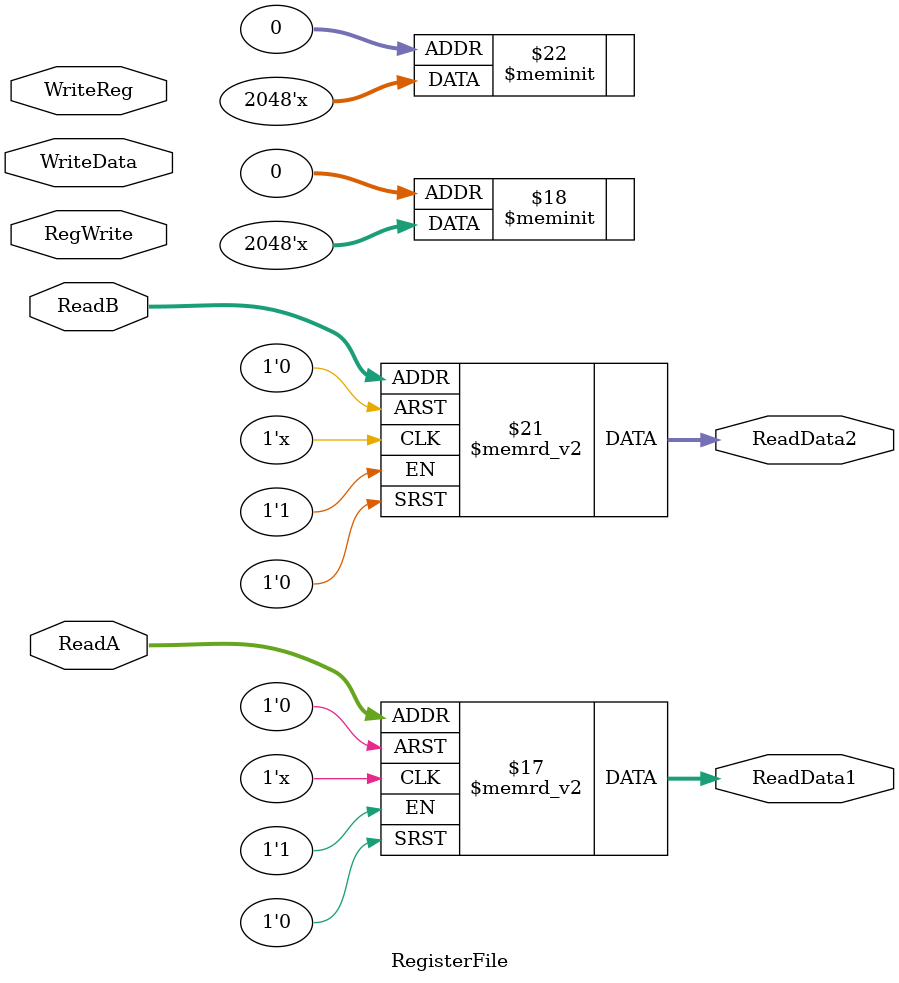
<source format=v>
module RegisterFile(ReadA, ReadB, WriteReg, WriteData, RegWrite, ReadData1, ReadData2); 
input [4:0] ReadA, ReadB;             
input [4:0] WriteReg;                   
input RegWrite;                       
input [63:0] WriteData;               

output reg [63:0] ReadData1, ReadData2;       
reg [63:0] rf[31:0];                   
 
always@* 
  begin 
    if (RegWrite)                        
     rf[WriteReg] <= WriteData; 
    
    ReadData1 <= rf[ReadA];               
    
    ReadData2 <= rf[ReadB];               
  end 

endmodule 

</source>
